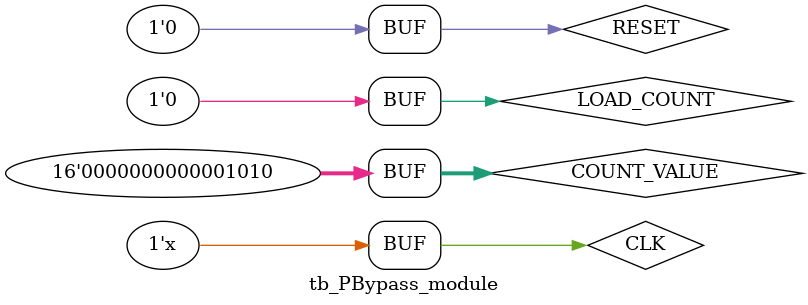
<source format=v>
`timescale 1ns / 1ps

module tb_PBypass_module;

	// Inputs
	reg CLK;
	reg RESET;
	reg LOAD_COUNT;
	reg [15:0] COUNT_VALUE;

	// Outputs
	wire TERMINATE;

	// Instantiate the Unit Under Test (UUT)
	PBypass_module uut (
		.CLK(CLK), 
		.RESET(RESET), 
		.LOAD_COUNT(LOAD_COUNT), 
		.COUNT_VALUE(COUNT_VALUE), 
		.TERMINATE(TERMINATE)
	);

	initial begin
		// Initialize Inputs
		CLK = 0;
		RESET = 1;
		LOAD_COUNT = 0;
		COUNT_VALUE = 0;

		// Wait 100 ns for global reset to finish
		#100
        RESET = 0 ;
		COUNT_VALUE = 5 ;
		LOAD_COUNT 	= 1 ;
		
		#20
		LOAD_COUNT = 0 ;
		
		#200
		COUNT_VALUE = 10 ;
		LOAD_COUNT = 1 ;
		
		#20
		LOAD_COUNT = 0 ;
	end
	
	always #10 CLK = ~CLK ;
      
endmodule


</source>
